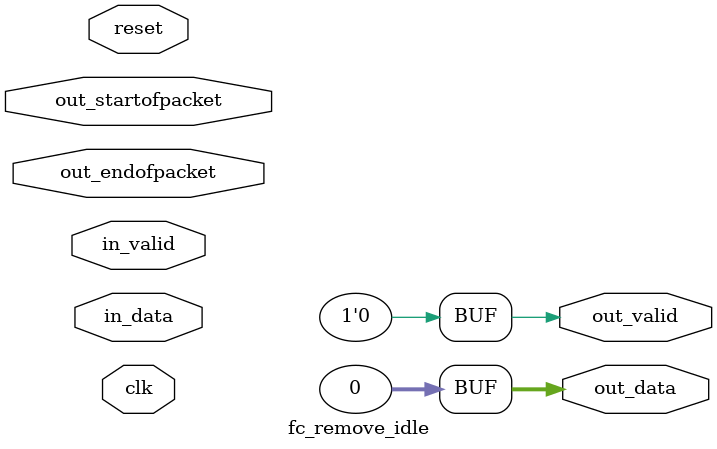
<source format=sv>
`timescale 1 ps / 1 ps
module fc_remove_idle (
    input  wire        reset,             // reset.reset
    input  wire        clk,               //   clk.clk
    input  wire [35:0] in_data,           //    in.data
    input  wire        in_valid,          //      .valid
    output wire [31:0] out_data,          //   out.data
    output wire        out_valid,         //      .valid
    input  wire        out_endofpacket,   //      .endofpacket
    input  wire        out_startofpacket  //      .startofpacket
  );

  // TODO: Auto-generated HDL template

  assign out_valid = 1'b0;

  assign out_data = 32'b00000000000000000000000000000000;

endmodule

</source>
